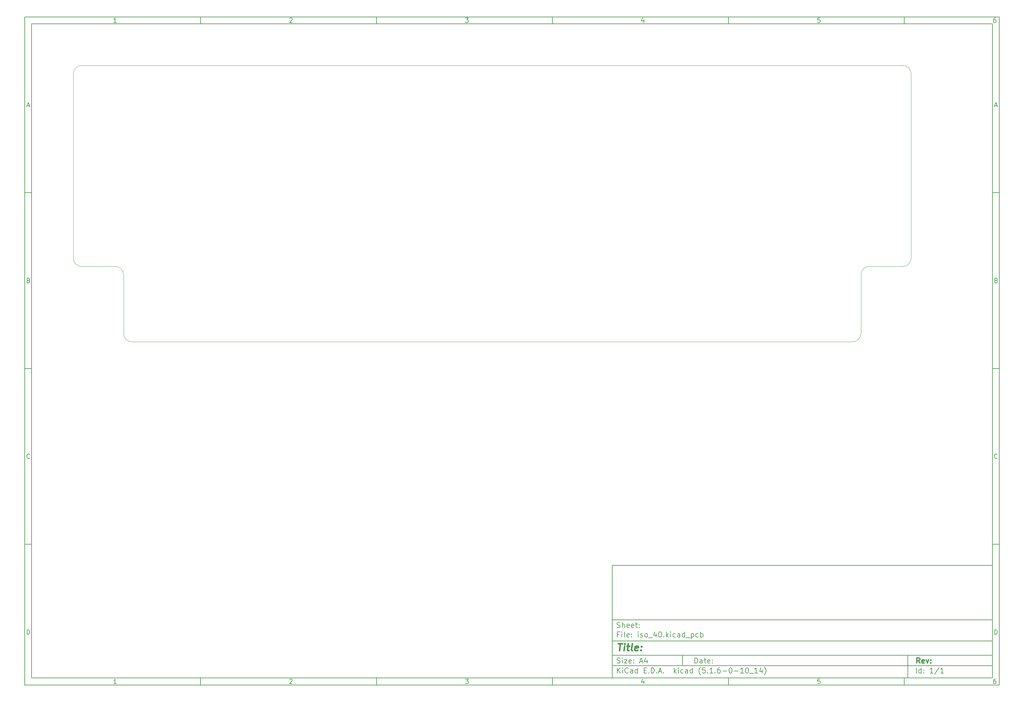
<source format=gm1>
%TF.GenerationSoftware,KiCad,Pcbnew,(5.1.6-0-10_14)*%
%TF.CreationDate,2020-07-22T14:13:02+10:00*%
%TF.ProjectId,iso_40,69736f5f-3430-42e6-9b69-6361645f7063,rev?*%
%TF.SameCoordinates,Original*%
%TF.FileFunction,Profile,NP*%
%FSLAX46Y46*%
G04 Gerber Fmt 4.6, Leading zero omitted, Abs format (unit mm)*
G04 Created by KiCad (PCBNEW (5.1.6-0-10_14)) date 2020-07-22 14:13:02*
%MOMM*%
%LPD*%
G01*
G04 APERTURE LIST*
%ADD10C,0.100000*%
%ADD11C,0.150000*%
%ADD12C,0.300000*%
%ADD13C,0.400000*%
%TA.AperFunction,Profile*%
%ADD14C,0.050000*%
%TD*%
G04 APERTURE END LIST*
D10*
D11*
X177002200Y-166007200D02*
X177002200Y-198007200D01*
X285002200Y-198007200D01*
X285002200Y-166007200D01*
X177002200Y-166007200D01*
D10*
D11*
X10000000Y-10000000D02*
X10000000Y-200007200D01*
X287002200Y-200007200D01*
X287002200Y-10000000D01*
X10000000Y-10000000D01*
D10*
D11*
X12000000Y-12000000D02*
X12000000Y-198007200D01*
X285002200Y-198007200D01*
X285002200Y-12000000D01*
X12000000Y-12000000D01*
D10*
D11*
X60000000Y-12000000D02*
X60000000Y-10000000D01*
D10*
D11*
X110000000Y-12000000D02*
X110000000Y-10000000D01*
D10*
D11*
X160000000Y-12000000D02*
X160000000Y-10000000D01*
D10*
D11*
X210000000Y-12000000D02*
X210000000Y-10000000D01*
D10*
D11*
X260000000Y-12000000D02*
X260000000Y-10000000D01*
D10*
D11*
X36065476Y-11588095D02*
X35322619Y-11588095D01*
X35694047Y-11588095D02*
X35694047Y-10288095D01*
X35570238Y-10473809D01*
X35446428Y-10597619D01*
X35322619Y-10659523D01*
D10*
D11*
X85322619Y-10411904D02*
X85384523Y-10350000D01*
X85508333Y-10288095D01*
X85817857Y-10288095D01*
X85941666Y-10350000D01*
X86003571Y-10411904D01*
X86065476Y-10535714D01*
X86065476Y-10659523D01*
X86003571Y-10845238D01*
X85260714Y-11588095D01*
X86065476Y-11588095D01*
D10*
D11*
X135260714Y-10288095D02*
X136065476Y-10288095D01*
X135632142Y-10783333D01*
X135817857Y-10783333D01*
X135941666Y-10845238D01*
X136003571Y-10907142D01*
X136065476Y-11030952D01*
X136065476Y-11340476D01*
X136003571Y-11464285D01*
X135941666Y-11526190D01*
X135817857Y-11588095D01*
X135446428Y-11588095D01*
X135322619Y-11526190D01*
X135260714Y-11464285D01*
D10*
D11*
X185941666Y-10721428D02*
X185941666Y-11588095D01*
X185632142Y-10226190D02*
X185322619Y-11154761D01*
X186127380Y-11154761D01*
D10*
D11*
X236003571Y-10288095D02*
X235384523Y-10288095D01*
X235322619Y-10907142D01*
X235384523Y-10845238D01*
X235508333Y-10783333D01*
X235817857Y-10783333D01*
X235941666Y-10845238D01*
X236003571Y-10907142D01*
X236065476Y-11030952D01*
X236065476Y-11340476D01*
X236003571Y-11464285D01*
X235941666Y-11526190D01*
X235817857Y-11588095D01*
X235508333Y-11588095D01*
X235384523Y-11526190D01*
X235322619Y-11464285D01*
D10*
D11*
X285941666Y-10288095D02*
X285694047Y-10288095D01*
X285570238Y-10350000D01*
X285508333Y-10411904D01*
X285384523Y-10597619D01*
X285322619Y-10845238D01*
X285322619Y-11340476D01*
X285384523Y-11464285D01*
X285446428Y-11526190D01*
X285570238Y-11588095D01*
X285817857Y-11588095D01*
X285941666Y-11526190D01*
X286003571Y-11464285D01*
X286065476Y-11340476D01*
X286065476Y-11030952D01*
X286003571Y-10907142D01*
X285941666Y-10845238D01*
X285817857Y-10783333D01*
X285570238Y-10783333D01*
X285446428Y-10845238D01*
X285384523Y-10907142D01*
X285322619Y-11030952D01*
D10*
D11*
X60000000Y-198007200D02*
X60000000Y-200007200D01*
D10*
D11*
X110000000Y-198007200D02*
X110000000Y-200007200D01*
D10*
D11*
X160000000Y-198007200D02*
X160000000Y-200007200D01*
D10*
D11*
X210000000Y-198007200D02*
X210000000Y-200007200D01*
D10*
D11*
X260000000Y-198007200D02*
X260000000Y-200007200D01*
D10*
D11*
X36065476Y-199595295D02*
X35322619Y-199595295D01*
X35694047Y-199595295D02*
X35694047Y-198295295D01*
X35570238Y-198481009D01*
X35446428Y-198604819D01*
X35322619Y-198666723D01*
D10*
D11*
X85322619Y-198419104D02*
X85384523Y-198357200D01*
X85508333Y-198295295D01*
X85817857Y-198295295D01*
X85941666Y-198357200D01*
X86003571Y-198419104D01*
X86065476Y-198542914D01*
X86065476Y-198666723D01*
X86003571Y-198852438D01*
X85260714Y-199595295D01*
X86065476Y-199595295D01*
D10*
D11*
X135260714Y-198295295D02*
X136065476Y-198295295D01*
X135632142Y-198790533D01*
X135817857Y-198790533D01*
X135941666Y-198852438D01*
X136003571Y-198914342D01*
X136065476Y-199038152D01*
X136065476Y-199347676D01*
X136003571Y-199471485D01*
X135941666Y-199533390D01*
X135817857Y-199595295D01*
X135446428Y-199595295D01*
X135322619Y-199533390D01*
X135260714Y-199471485D01*
D10*
D11*
X185941666Y-198728628D02*
X185941666Y-199595295D01*
X185632142Y-198233390D02*
X185322619Y-199161961D01*
X186127380Y-199161961D01*
D10*
D11*
X236003571Y-198295295D02*
X235384523Y-198295295D01*
X235322619Y-198914342D01*
X235384523Y-198852438D01*
X235508333Y-198790533D01*
X235817857Y-198790533D01*
X235941666Y-198852438D01*
X236003571Y-198914342D01*
X236065476Y-199038152D01*
X236065476Y-199347676D01*
X236003571Y-199471485D01*
X235941666Y-199533390D01*
X235817857Y-199595295D01*
X235508333Y-199595295D01*
X235384523Y-199533390D01*
X235322619Y-199471485D01*
D10*
D11*
X285941666Y-198295295D02*
X285694047Y-198295295D01*
X285570238Y-198357200D01*
X285508333Y-198419104D01*
X285384523Y-198604819D01*
X285322619Y-198852438D01*
X285322619Y-199347676D01*
X285384523Y-199471485D01*
X285446428Y-199533390D01*
X285570238Y-199595295D01*
X285817857Y-199595295D01*
X285941666Y-199533390D01*
X286003571Y-199471485D01*
X286065476Y-199347676D01*
X286065476Y-199038152D01*
X286003571Y-198914342D01*
X285941666Y-198852438D01*
X285817857Y-198790533D01*
X285570238Y-198790533D01*
X285446428Y-198852438D01*
X285384523Y-198914342D01*
X285322619Y-199038152D01*
D10*
D11*
X10000000Y-60000000D02*
X12000000Y-60000000D01*
D10*
D11*
X10000000Y-110000000D02*
X12000000Y-110000000D01*
D10*
D11*
X10000000Y-160000000D02*
X12000000Y-160000000D01*
D10*
D11*
X10690476Y-35216666D02*
X11309523Y-35216666D01*
X10566666Y-35588095D02*
X11000000Y-34288095D01*
X11433333Y-35588095D01*
D10*
D11*
X11092857Y-84907142D02*
X11278571Y-84969047D01*
X11340476Y-85030952D01*
X11402380Y-85154761D01*
X11402380Y-85340476D01*
X11340476Y-85464285D01*
X11278571Y-85526190D01*
X11154761Y-85588095D01*
X10659523Y-85588095D01*
X10659523Y-84288095D01*
X11092857Y-84288095D01*
X11216666Y-84350000D01*
X11278571Y-84411904D01*
X11340476Y-84535714D01*
X11340476Y-84659523D01*
X11278571Y-84783333D01*
X11216666Y-84845238D01*
X11092857Y-84907142D01*
X10659523Y-84907142D01*
D10*
D11*
X11402380Y-135464285D02*
X11340476Y-135526190D01*
X11154761Y-135588095D01*
X11030952Y-135588095D01*
X10845238Y-135526190D01*
X10721428Y-135402380D01*
X10659523Y-135278571D01*
X10597619Y-135030952D01*
X10597619Y-134845238D01*
X10659523Y-134597619D01*
X10721428Y-134473809D01*
X10845238Y-134350000D01*
X11030952Y-134288095D01*
X11154761Y-134288095D01*
X11340476Y-134350000D01*
X11402380Y-134411904D01*
D10*
D11*
X10659523Y-185588095D02*
X10659523Y-184288095D01*
X10969047Y-184288095D01*
X11154761Y-184350000D01*
X11278571Y-184473809D01*
X11340476Y-184597619D01*
X11402380Y-184845238D01*
X11402380Y-185030952D01*
X11340476Y-185278571D01*
X11278571Y-185402380D01*
X11154761Y-185526190D01*
X10969047Y-185588095D01*
X10659523Y-185588095D01*
D10*
D11*
X287002200Y-60000000D02*
X285002200Y-60000000D01*
D10*
D11*
X287002200Y-110000000D02*
X285002200Y-110000000D01*
D10*
D11*
X287002200Y-160000000D02*
X285002200Y-160000000D01*
D10*
D11*
X285692676Y-35216666D02*
X286311723Y-35216666D01*
X285568866Y-35588095D02*
X286002200Y-34288095D01*
X286435533Y-35588095D01*
D10*
D11*
X286095057Y-84907142D02*
X286280771Y-84969047D01*
X286342676Y-85030952D01*
X286404580Y-85154761D01*
X286404580Y-85340476D01*
X286342676Y-85464285D01*
X286280771Y-85526190D01*
X286156961Y-85588095D01*
X285661723Y-85588095D01*
X285661723Y-84288095D01*
X286095057Y-84288095D01*
X286218866Y-84350000D01*
X286280771Y-84411904D01*
X286342676Y-84535714D01*
X286342676Y-84659523D01*
X286280771Y-84783333D01*
X286218866Y-84845238D01*
X286095057Y-84907142D01*
X285661723Y-84907142D01*
D10*
D11*
X286404580Y-135464285D02*
X286342676Y-135526190D01*
X286156961Y-135588095D01*
X286033152Y-135588095D01*
X285847438Y-135526190D01*
X285723628Y-135402380D01*
X285661723Y-135278571D01*
X285599819Y-135030952D01*
X285599819Y-134845238D01*
X285661723Y-134597619D01*
X285723628Y-134473809D01*
X285847438Y-134350000D01*
X286033152Y-134288095D01*
X286156961Y-134288095D01*
X286342676Y-134350000D01*
X286404580Y-134411904D01*
D10*
D11*
X285661723Y-185588095D02*
X285661723Y-184288095D01*
X285971247Y-184288095D01*
X286156961Y-184350000D01*
X286280771Y-184473809D01*
X286342676Y-184597619D01*
X286404580Y-184845238D01*
X286404580Y-185030952D01*
X286342676Y-185278571D01*
X286280771Y-185402380D01*
X286156961Y-185526190D01*
X285971247Y-185588095D01*
X285661723Y-185588095D01*
D10*
D11*
X200434342Y-193785771D02*
X200434342Y-192285771D01*
X200791485Y-192285771D01*
X201005771Y-192357200D01*
X201148628Y-192500057D01*
X201220057Y-192642914D01*
X201291485Y-192928628D01*
X201291485Y-193142914D01*
X201220057Y-193428628D01*
X201148628Y-193571485D01*
X201005771Y-193714342D01*
X200791485Y-193785771D01*
X200434342Y-193785771D01*
X202577200Y-193785771D02*
X202577200Y-193000057D01*
X202505771Y-192857200D01*
X202362914Y-192785771D01*
X202077200Y-192785771D01*
X201934342Y-192857200D01*
X202577200Y-193714342D02*
X202434342Y-193785771D01*
X202077200Y-193785771D01*
X201934342Y-193714342D01*
X201862914Y-193571485D01*
X201862914Y-193428628D01*
X201934342Y-193285771D01*
X202077200Y-193214342D01*
X202434342Y-193214342D01*
X202577200Y-193142914D01*
X203077200Y-192785771D02*
X203648628Y-192785771D01*
X203291485Y-192285771D02*
X203291485Y-193571485D01*
X203362914Y-193714342D01*
X203505771Y-193785771D01*
X203648628Y-193785771D01*
X204720057Y-193714342D02*
X204577200Y-193785771D01*
X204291485Y-193785771D01*
X204148628Y-193714342D01*
X204077200Y-193571485D01*
X204077200Y-193000057D01*
X204148628Y-192857200D01*
X204291485Y-192785771D01*
X204577200Y-192785771D01*
X204720057Y-192857200D01*
X204791485Y-193000057D01*
X204791485Y-193142914D01*
X204077200Y-193285771D01*
X205434342Y-193642914D02*
X205505771Y-193714342D01*
X205434342Y-193785771D01*
X205362914Y-193714342D01*
X205434342Y-193642914D01*
X205434342Y-193785771D01*
X205434342Y-192857200D02*
X205505771Y-192928628D01*
X205434342Y-193000057D01*
X205362914Y-192928628D01*
X205434342Y-192857200D01*
X205434342Y-193000057D01*
D10*
D11*
X177002200Y-194507200D02*
X285002200Y-194507200D01*
D10*
D11*
X178434342Y-196585771D02*
X178434342Y-195085771D01*
X179291485Y-196585771D02*
X178648628Y-195728628D01*
X179291485Y-195085771D02*
X178434342Y-195942914D01*
X179934342Y-196585771D02*
X179934342Y-195585771D01*
X179934342Y-195085771D02*
X179862914Y-195157200D01*
X179934342Y-195228628D01*
X180005771Y-195157200D01*
X179934342Y-195085771D01*
X179934342Y-195228628D01*
X181505771Y-196442914D02*
X181434342Y-196514342D01*
X181220057Y-196585771D01*
X181077200Y-196585771D01*
X180862914Y-196514342D01*
X180720057Y-196371485D01*
X180648628Y-196228628D01*
X180577200Y-195942914D01*
X180577200Y-195728628D01*
X180648628Y-195442914D01*
X180720057Y-195300057D01*
X180862914Y-195157200D01*
X181077200Y-195085771D01*
X181220057Y-195085771D01*
X181434342Y-195157200D01*
X181505771Y-195228628D01*
X182791485Y-196585771D02*
X182791485Y-195800057D01*
X182720057Y-195657200D01*
X182577200Y-195585771D01*
X182291485Y-195585771D01*
X182148628Y-195657200D01*
X182791485Y-196514342D02*
X182648628Y-196585771D01*
X182291485Y-196585771D01*
X182148628Y-196514342D01*
X182077200Y-196371485D01*
X182077200Y-196228628D01*
X182148628Y-196085771D01*
X182291485Y-196014342D01*
X182648628Y-196014342D01*
X182791485Y-195942914D01*
X184148628Y-196585771D02*
X184148628Y-195085771D01*
X184148628Y-196514342D02*
X184005771Y-196585771D01*
X183720057Y-196585771D01*
X183577200Y-196514342D01*
X183505771Y-196442914D01*
X183434342Y-196300057D01*
X183434342Y-195871485D01*
X183505771Y-195728628D01*
X183577200Y-195657200D01*
X183720057Y-195585771D01*
X184005771Y-195585771D01*
X184148628Y-195657200D01*
X186005771Y-195800057D02*
X186505771Y-195800057D01*
X186720057Y-196585771D02*
X186005771Y-196585771D01*
X186005771Y-195085771D01*
X186720057Y-195085771D01*
X187362914Y-196442914D02*
X187434342Y-196514342D01*
X187362914Y-196585771D01*
X187291485Y-196514342D01*
X187362914Y-196442914D01*
X187362914Y-196585771D01*
X188077200Y-196585771D02*
X188077200Y-195085771D01*
X188434342Y-195085771D01*
X188648628Y-195157200D01*
X188791485Y-195300057D01*
X188862914Y-195442914D01*
X188934342Y-195728628D01*
X188934342Y-195942914D01*
X188862914Y-196228628D01*
X188791485Y-196371485D01*
X188648628Y-196514342D01*
X188434342Y-196585771D01*
X188077200Y-196585771D01*
X189577200Y-196442914D02*
X189648628Y-196514342D01*
X189577200Y-196585771D01*
X189505771Y-196514342D01*
X189577200Y-196442914D01*
X189577200Y-196585771D01*
X190220057Y-196157200D02*
X190934342Y-196157200D01*
X190077200Y-196585771D02*
X190577200Y-195085771D01*
X191077200Y-196585771D01*
X191577200Y-196442914D02*
X191648628Y-196514342D01*
X191577200Y-196585771D01*
X191505771Y-196514342D01*
X191577200Y-196442914D01*
X191577200Y-196585771D01*
X194577200Y-196585771D02*
X194577200Y-195085771D01*
X194720057Y-196014342D02*
X195148628Y-196585771D01*
X195148628Y-195585771D02*
X194577200Y-196157200D01*
X195791485Y-196585771D02*
X195791485Y-195585771D01*
X195791485Y-195085771D02*
X195720057Y-195157200D01*
X195791485Y-195228628D01*
X195862914Y-195157200D01*
X195791485Y-195085771D01*
X195791485Y-195228628D01*
X197148628Y-196514342D02*
X197005771Y-196585771D01*
X196720057Y-196585771D01*
X196577200Y-196514342D01*
X196505771Y-196442914D01*
X196434342Y-196300057D01*
X196434342Y-195871485D01*
X196505771Y-195728628D01*
X196577200Y-195657200D01*
X196720057Y-195585771D01*
X197005771Y-195585771D01*
X197148628Y-195657200D01*
X198434342Y-196585771D02*
X198434342Y-195800057D01*
X198362914Y-195657200D01*
X198220057Y-195585771D01*
X197934342Y-195585771D01*
X197791485Y-195657200D01*
X198434342Y-196514342D02*
X198291485Y-196585771D01*
X197934342Y-196585771D01*
X197791485Y-196514342D01*
X197720057Y-196371485D01*
X197720057Y-196228628D01*
X197791485Y-196085771D01*
X197934342Y-196014342D01*
X198291485Y-196014342D01*
X198434342Y-195942914D01*
X199791485Y-196585771D02*
X199791485Y-195085771D01*
X199791485Y-196514342D02*
X199648628Y-196585771D01*
X199362914Y-196585771D01*
X199220057Y-196514342D01*
X199148628Y-196442914D01*
X199077200Y-196300057D01*
X199077200Y-195871485D01*
X199148628Y-195728628D01*
X199220057Y-195657200D01*
X199362914Y-195585771D01*
X199648628Y-195585771D01*
X199791485Y-195657200D01*
X202077200Y-197157200D02*
X202005771Y-197085771D01*
X201862914Y-196871485D01*
X201791485Y-196728628D01*
X201720057Y-196514342D01*
X201648628Y-196157200D01*
X201648628Y-195871485D01*
X201720057Y-195514342D01*
X201791485Y-195300057D01*
X201862914Y-195157200D01*
X202005771Y-194942914D01*
X202077200Y-194871485D01*
X203362914Y-195085771D02*
X202648628Y-195085771D01*
X202577200Y-195800057D01*
X202648628Y-195728628D01*
X202791485Y-195657200D01*
X203148628Y-195657200D01*
X203291485Y-195728628D01*
X203362914Y-195800057D01*
X203434342Y-195942914D01*
X203434342Y-196300057D01*
X203362914Y-196442914D01*
X203291485Y-196514342D01*
X203148628Y-196585771D01*
X202791485Y-196585771D01*
X202648628Y-196514342D01*
X202577200Y-196442914D01*
X204077200Y-196442914D02*
X204148628Y-196514342D01*
X204077200Y-196585771D01*
X204005771Y-196514342D01*
X204077200Y-196442914D01*
X204077200Y-196585771D01*
X205577200Y-196585771D02*
X204720057Y-196585771D01*
X205148628Y-196585771D02*
X205148628Y-195085771D01*
X205005771Y-195300057D01*
X204862914Y-195442914D01*
X204720057Y-195514342D01*
X206220057Y-196442914D02*
X206291485Y-196514342D01*
X206220057Y-196585771D01*
X206148628Y-196514342D01*
X206220057Y-196442914D01*
X206220057Y-196585771D01*
X207577200Y-195085771D02*
X207291485Y-195085771D01*
X207148628Y-195157200D01*
X207077200Y-195228628D01*
X206934342Y-195442914D01*
X206862914Y-195728628D01*
X206862914Y-196300057D01*
X206934342Y-196442914D01*
X207005771Y-196514342D01*
X207148628Y-196585771D01*
X207434342Y-196585771D01*
X207577200Y-196514342D01*
X207648628Y-196442914D01*
X207720057Y-196300057D01*
X207720057Y-195942914D01*
X207648628Y-195800057D01*
X207577200Y-195728628D01*
X207434342Y-195657200D01*
X207148628Y-195657200D01*
X207005771Y-195728628D01*
X206934342Y-195800057D01*
X206862914Y-195942914D01*
X208362914Y-196014342D02*
X209505771Y-196014342D01*
X210505771Y-195085771D02*
X210648628Y-195085771D01*
X210791485Y-195157200D01*
X210862914Y-195228628D01*
X210934342Y-195371485D01*
X211005771Y-195657200D01*
X211005771Y-196014342D01*
X210934342Y-196300057D01*
X210862914Y-196442914D01*
X210791485Y-196514342D01*
X210648628Y-196585771D01*
X210505771Y-196585771D01*
X210362914Y-196514342D01*
X210291485Y-196442914D01*
X210220057Y-196300057D01*
X210148628Y-196014342D01*
X210148628Y-195657200D01*
X210220057Y-195371485D01*
X210291485Y-195228628D01*
X210362914Y-195157200D01*
X210505771Y-195085771D01*
X211648628Y-196014342D02*
X212791485Y-196014342D01*
X214291485Y-196585771D02*
X213434342Y-196585771D01*
X213862914Y-196585771D02*
X213862914Y-195085771D01*
X213720057Y-195300057D01*
X213577200Y-195442914D01*
X213434342Y-195514342D01*
X215220057Y-195085771D02*
X215362914Y-195085771D01*
X215505771Y-195157200D01*
X215577200Y-195228628D01*
X215648628Y-195371485D01*
X215720057Y-195657200D01*
X215720057Y-196014342D01*
X215648628Y-196300057D01*
X215577200Y-196442914D01*
X215505771Y-196514342D01*
X215362914Y-196585771D01*
X215220057Y-196585771D01*
X215077200Y-196514342D01*
X215005771Y-196442914D01*
X214934342Y-196300057D01*
X214862914Y-196014342D01*
X214862914Y-195657200D01*
X214934342Y-195371485D01*
X215005771Y-195228628D01*
X215077200Y-195157200D01*
X215220057Y-195085771D01*
X216005771Y-196728628D02*
X217148628Y-196728628D01*
X218291485Y-196585771D02*
X217434342Y-196585771D01*
X217862914Y-196585771D02*
X217862914Y-195085771D01*
X217720057Y-195300057D01*
X217577200Y-195442914D01*
X217434342Y-195514342D01*
X219577200Y-195585771D02*
X219577200Y-196585771D01*
X219220057Y-195014342D02*
X218862914Y-196085771D01*
X219791485Y-196085771D01*
X220220057Y-197157200D02*
X220291485Y-197085771D01*
X220434342Y-196871485D01*
X220505771Y-196728628D01*
X220577200Y-196514342D01*
X220648628Y-196157200D01*
X220648628Y-195871485D01*
X220577200Y-195514342D01*
X220505771Y-195300057D01*
X220434342Y-195157200D01*
X220291485Y-194942914D01*
X220220057Y-194871485D01*
D10*
D11*
X177002200Y-191507200D02*
X285002200Y-191507200D01*
D10*
D12*
X264411485Y-193785771D02*
X263911485Y-193071485D01*
X263554342Y-193785771D02*
X263554342Y-192285771D01*
X264125771Y-192285771D01*
X264268628Y-192357200D01*
X264340057Y-192428628D01*
X264411485Y-192571485D01*
X264411485Y-192785771D01*
X264340057Y-192928628D01*
X264268628Y-193000057D01*
X264125771Y-193071485D01*
X263554342Y-193071485D01*
X265625771Y-193714342D02*
X265482914Y-193785771D01*
X265197200Y-193785771D01*
X265054342Y-193714342D01*
X264982914Y-193571485D01*
X264982914Y-193000057D01*
X265054342Y-192857200D01*
X265197200Y-192785771D01*
X265482914Y-192785771D01*
X265625771Y-192857200D01*
X265697200Y-193000057D01*
X265697200Y-193142914D01*
X264982914Y-193285771D01*
X266197200Y-192785771D02*
X266554342Y-193785771D01*
X266911485Y-192785771D01*
X267482914Y-193642914D02*
X267554342Y-193714342D01*
X267482914Y-193785771D01*
X267411485Y-193714342D01*
X267482914Y-193642914D01*
X267482914Y-193785771D01*
X267482914Y-192857200D02*
X267554342Y-192928628D01*
X267482914Y-193000057D01*
X267411485Y-192928628D01*
X267482914Y-192857200D01*
X267482914Y-193000057D01*
D10*
D11*
X178362914Y-193714342D02*
X178577200Y-193785771D01*
X178934342Y-193785771D01*
X179077200Y-193714342D01*
X179148628Y-193642914D01*
X179220057Y-193500057D01*
X179220057Y-193357200D01*
X179148628Y-193214342D01*
X179077200Y-193142914D01*
X178934342Y-193071485D01*
X178648628Y-193000057D01*
X178505771Y-192928628D01*
X178434342Y-192857200D01*
X178362914Y-192714342D01*
X178362914Y-192571485D01*
X178434342Y-192428628D01*
X178505771Y-192357200D01*
X178648628Y-192285771D01*
X179005771Y-192285771D01*
X179220057Y-192357200D01*
X179862914Y-193785771D02*
X179862914Y-192785771D01*
X179862914Y-192285771D02*
X179791485Y-192357200D01*
X179862914Y-192428628D01*
X179934342Y-192357200D01*
X179862914Y-192285771D01*
X179862914Y-192428628D01*
X180434342Y-192785771D02*
X181220057Y-192785771D01*
X180434342Y-193785771D01*
X181220057Y-193785771D01*
X182362914Y-193714342D02*
X182220057Y-193785771D01*
X181934342Y-193785771D01*
X181791485Y-193714342D01*
X181720057Y-193571485D01*
X181720057Y-193000057D01*
X181791485Y-192857200D01*
X181934342Y-192785771D01*
X182220057Y-192785771D01*
X182362914Y-192857200D01*
X182434342Y-193000057D01*
X182434342Y-193142914D01*
X181720057Y-193285771D01*
X183077200Y-193642914D02*
X183148628Y-193714342D01*
X183077200Y-193785771D01*
X183005771Y-193714342D01*
X183077200Y-193642914D01*
X183077200Y-193785771D01*
X183077200Y-192857200D02*
X183148628Y-192928628D01*
X183077200Y-193000057D01*
X183005771Y-192928628D01*
X183077200Y-192857200D01*
X183077200Y-193000057D01*
X184862914Y-193357200D02*
X185577200Y-193357200D01*
X184720057Y-193785771D02*
X185220057Y-192285771D01*
X185720057Y-193785771D01*
X186862914Y-192785771D02*
X186862914Y-193785771D01*
X186505771Y-192214342D02*
X186148628Y-193285771D01*
X187077200Y-193285771D01*
D10*
D11*
X263434342Y-196585771D02*
X263434342Y-195085771D01*
X264791485Y-196585771D02*
X264791485Y-195085771D01*
X264791485Y-196514342D02*
X264648628Y-196585771D01*
X264362914Y-196585771D01*
X264220057Y-196514342D01*
X264148628Y-196442914D01*
X264077200Y-196300057D01*
X264077200Y-195871485D01*
X264148628Y-195728628D01*
X264220057Y-195657200D01*
X264362914Y-195585771D01*
X264648628Y-195585771D01*
X264791485Y-195657200D01*
X265505771Y-196442914D02*
X265577200Y-196514342D01*
X265505771Y-196585771D01*
X265434342Y-196514342D01*
X265505771Y-196442914D01*
X265505771Y-196585771D01*
X265505771Y-195657200D02*
X265577200Y-195728628D01*
X265505771Y-195800057D01*
X265434342Y-195728628D01*
X265505771Y-195657200D01*
X265505771Y-195800057D01*
X268148628Y-196585771D02*
X267291485Y-196585771D01*
X267720057Y-196585771D02*
X267720057Y-195085771D01*
X267577200Y-195300057D01*
X267434342Y-195442914D01*
X267291485Y-195514342D01*
X269862914Y-195014342D02*
X268577200Y-196942914D01*
X271148628Y-196585771D02*
X270291485Y-196585771D01*
X270720057Y-196585771D02*
X270720057Y-195085771D01*
X270577200Y-195300057D01*
X270434342Y-195442914D01*
X270291485Y-195514342D01*
D10*
D11*
X177002200Y-187507200D02*
X285002200Y-187507200D01*
D10*
D13*
X178714580Y-188211961D02*
X179857438Y-188211961D01*
X179036009Y-190211961D02*
X179286009Y-188211961D01*
X180274104Y-190211961D02*
X180440771Y-188878628D01*
X180524104Y-188211961D02*
X180416961Y-188307200D01*
X180500295Y-188402438D01*
X180607438Y-188307200D01*
X180524104Y-188211961D01*
X180500295Y-188402438D01*
X181107438Y-188878628D02*
X181869342Y-188878628D01*
X181476485Y-188211961D02*
X181262200Y-189926247D01*
X181333628Y-190116723D01*
X181512200Y-190211961D01*
X181702676Y-190211961D01*
X182655057Y-190211961D02*
X182476485Y-190116723D01*
X182405057Y-189926247D01*
X182619342Y-188211961D01*
X184190771Y-190116723D02*
X183988390Y-190211961D01*
X183607438Y-190211961D01*
X183428866Y-190116723D01*
X183357438Y-189926247D01*
X183452676Y-189164342D01*
X183571723Y-188973866D01*
X183774104Y-188878628D01*
X184155057Y-188878628D01*
X184333628Y-188973866D01*
X184405057Y-189164342D01*
X184381247Y-189354819D01*
X183405057Y-189545295D01*
X185155057Y-190021485D02*
X185238390Y-190116723D01*
X185131247Y-190211961D01*
X185047914Y-190116723D01*
X185155057Y-190021485D01*
X185131247Y-190211961D01*
X185286009Y-188973866D02*
X185369342Y-189069104D01*
X185262200Y-189164342D01*
X185178866Y-189069104D01*
X185286009Y-188973866D01*
X185262200Y-189164342D01*
D10*
D11*
X178934342Y-185600057D02*
X178434342Y-185600057D01*
X178434342Y-186385771D02*
X178434342Y-184885771D01*
X179148628Y-184885771D01*
X179720057Y-186385771D02*
X179720057Y-185385771D01*
X179720057Y-184885771D02*
X179648628Y-184957200D01*
X179720057Y-185028628D01*
X179791485Y-184957200D01*
X179720057Y-184885771D01*
X179720057Y-185028628D01*
X180648628Y-186385771D02*
X180505771Y-186314342D01*
X180434342Y-186171485D01*
X180434342Y-184885771D01*
X181791485Y-186314342D02*
X181648628Y-186385771D01*
X181362914Y-186385771D01*
X181220057Y-186314342D01*
X181148628Y-186171485D01*
X181148628Y-185600057D01*
X181220057Y-185457200D01*
X181362914Y-185385771D01*
X181648628Y-185385771D01*
X181791485Y-185457200D01*
X181862914Y-185600057D01*
X181862914Y-185742914D01*
X181148628Y-185885771D01*
X182505771Y-186242914D02*
X182577200Y-186314342D01*
X182505771Y-186385771D01*
X182434342Y-186314342D01*
X182505771Y-186242914D01*
X182505771Y-186385771D01*
X182505771Y-185457200D02*
X182577200Y-185528628D01*
X182505771Y-185600057D01*
X182434342Y-185528628D01*
X182505771Y-185457200D01*
X182505771Y-185600057D01*
X184362914Y-186385771D02*
X184362914Y-185385771D01*
X184362914Y-184885771D02*
X184291485Y-184957200D01*
X184362914Y-185028628D01*
X184434342Y-184957200D01*
X184362914Y-184885771D01*
X184362914Y-185028628D01*
X185005771Y-186314342D02*
X185148628Y-186385771D01*
X185434342Y-186385771D01*
X185577200Y-186314342D01*
X185648628Y-186171485D01*
X185648628Y-186100057D01*
X185577200Y-185957200D01*
X185434342Y-185885771D01*
X185220057Y-185885771D01*
X185077200Y-185814342D01*
X185005771Y-185671485D01*
X185005771Y-185600057D01*
X185077200Y-185457200D01*
X185220057Y-185385771D01*
X185434342Y-185385771D01*
X185577200Y-185457200D01*
X186505771Y-186385771D02*
X186362914Y-186314342D01*
X186291485Y-186242914D01*
X186220057Y-186100057D01*
X186220057Y-185671485D01*
X186291485Y-185528628D01*
X186362914Y-185457200D01*
X186505771Y-185385771D01*
X186720057Y-185385771D01*
X186862914Y-185457200D01*
X186934342Y-185528628D01*
X187005771Y-185671485D01*
X187005771Y-186100057D01*
X186934342Y-186242914D01*
X186862914Y-186314342D01*
X186720057Y-186385771D01*
X186505771Y-186385771D01*
X187291485Y-186528628D02*
X188434342Y-186528628D01*
X189434342Y-185385771D02*
X189434342Y-186385771D01*
X189077200Y-184814342D02*
X188720057Y-185885771D01*
X189648628Y-185885771D01*
X190505771Y-184885771D02*
X190648628Y-184885771D01*
X190791485Y-184957200D01*
X190862914Y-185028628D01*
X190934342Y-185171485D01*
X191005771Y-185457200D01*
X191005771Y-185814342D01*
X190934342Y-186100057D01*
X190862914Y-186242914D01*
X190791485Y-186314342D01*
X190648628Y-186385771D01*
X190505771Y-186385771D01*
X190362914Y-186314342D01*
X190291485Y-186242914D01*
X190220057Y-186100057D01*
X190148628Y-185814342D01*
X190148628Y-185457200D01*
X190220057Y-185171485D01*
X190291485Y-185028628D01*
X190362914Y-184957200D01*
X190505771Y-184885771D01*
X191648628Y-186242914D02*
X191720057Y-186314342D01*
X191648628Y-186385771D01*
X191577200Y-186314342D01*
X191648628Y-186242914D01*
X191648628Y-186385771D01*
X192362914Y-186385771D02*
X192362914Y-184885771D01*
X192505771Y-185814342D02*
X192934342Y-186385771D01*
X192934342Y-185385771D02*
X192362914Y-185957200D01*
X193577200Y-186385771D02*
X193577200Y-185385771D01*
X193577200Y-184885771D02*
X193505771Y-184957200D01*
X193577200Y-185028628D01*
X193648628Y-184957200D01*
X193577200Y-184885771D01*
X193577200Y-185028628D01*
X194934342Y-186314342D02*
X194791485Y-186385771D01*
X194505771Y-186385771D01*
X194362914Y-186314342D01*
X194291485Y-186242914D01*
X194220057Y-186100057D01*
X194220057Y-185671485D01*
X194291485Y-185528628D01*
X194362914Y-185457200D01*
X194505771Y-185385771D01*
X194791485Y-185385771D01*
X194934342Y-185457200D01*
X196220057Y-186385771D02*
X196220057Y-185600057D01*
X196148628Y-185457200D01*
X196005771Y-185385771D01*
X195720057Y-185385771D01*
X195577200Y-185457200D01*
X196220057Y-186314342D02*
X196077200Y-186385771D01*
X195720057Y-186385771D01*
X195577200Y-186314342D01*
X195505771Y-186171485D01*
X195505771Y-186028628D01*
X195577200Y-185885771D01*
X195720057Y-185814342D01*
X196077200Y-185814342D01*
X196220057Y-185742914D01*
X197577200Y-186385771D02*
X197577200Y-184885771D01*
X197577200Y-186314342D02*
X197434342Y-186385771D01*
X197148628Y-186385771D01*
X197005771Y-186314342D01*
X196934342Y-186242914D01*
X196862914Y-186100057D01*
X196862914Y-185671485D01*
X196934342Y-185528628D01*
X197005771Y-185457200D01*
X197148628Y-185385771D01*
X197434342Y-185385771D01*
X197577200Y-185457200D01*
X197934342Y-186528628D02*
X199077200Y-186528628D01*
X199434342Y-185385771D02*
X199434342Y-186885771D01*
X199434342Y-185457200D02*
X199577200Y-185385771D01*
X199862914Y-185385771D01*
X200005771Y-185457200D01*
X200077200Y-185528628D01*
X200148628Y-185671485D01*
X200148628Y-186100057D01*
X200077200Y-186242914D01*
X200005771Y-186314342D01*
X199862914Y-186385771D01*
X199577200Y-186385771D01*
X199434342Y-186314342D01*
X201434342Y-186314342D02*
X201291485Y-186385771D01*
X201005771Y-186385771D01*
X200862914Y-186314342D01*
X200791485Y-186242914D01*
X200720057Y-186100057D01*
X200720057Y-185671485D01*
X200791485Y-185528628D01*
X200862914Y-185457200D01*
X201005771Y-185385771D01*
X201291485Y-185385771D01*
X201434342Y-185457200D01*
X202077200Y-186385771D02*
X202077200Y-184885771D01*
X202077200Y-185457200D02*
X202220057Y-185385771D01*
X202505771Y-185385771D01*
X202648628Y-185457200D01*
X202720057Y-185528628D01*
X202791485Y-185671485D01*
X202791485Y-186100057D01*
X202720057Y-186242914D01*
X202648628Y-186314342D01*
X202505771Y-186385771D01*
X202220057Y-186385771D01*
X202077200Y-186314342D01*
D10*
D11*
X177002200Y-181507200D02*
X285002200Y-181507200D01*
D10*
D11*
X178362914Y-183614342D02*
X178577200Y-183685771D01*
X178934342Y-183685771D01*
X179077200Y-183614342D01*
X179148628Y-183542914D01*
X179220057Y-183400057D01*
X179220057Y-183257200D01*
X179148628Y-183114342D01*
X179077200Y-183042914D01*
X178934342Y-182971485D01*
X178648628Y-182900057D01*
X178505771Y-182828628D01*
X178434342Y-182757200D01*
X178362914Y-182614342D01*
X178362914Y-182471485D01*
X178434342Y-182328628D01*
X178505771Y-182257200D01*
X178648628Y-182185771D01*
X179005771Y-182185771D01*
X179220057Y-182257200D01*
X179862914Y-183685771D02*
X179862914Y-182185771D01*
X180505771Y-183685771D02*
X180505771Y-182900057D01*
X180434342Y-182757200D01*
X180291485Y-182685771D01*
X180077200Y-182685771D01*
X179934342Y-182757200D01*
X179862914Y-182828628D01*
X181791485Y-183614342D02*
X181648628Y-183685771D01*
X181362914Y-183685771D01*
X181220057Y-183614342D01*
X181148628Y-183471485D01*
X181148628Y-182900057D01*
X181220057Y-182757200D01*
X181362914Y-182685771D01*
X181648628Y-182685771D01*
X181791485Y-182757200D01*
X181862914Y-182900057D01*
X181862914Y-183042914D01*
X181148628Y-183185771D01*
X183077200Y-183614342D02*
X182934342Y-183685771D01*
X182648628Y-183685771D01*
X182505771Y-183614342D01*
X182434342Y-183471485D01*
X182434342Y-182900057D01*
X182505771Y-182757200D01*
X182648628Y-182685771D01*
X182934342Y-182685771D01*
X183077200Y-182757200D01*
X183148628Y-182900057D01*
X183148628Y-183042914D01*
X182434342Y-183185771D01*
X183577200Y-182685771D02*
X184148628Y-182685771D01*
X183791485Y-182185771D02*
X183791485Y-183471485D01*
X183862914Y-183614342D01*
X184005771Y-183685771D01*
X184148628Y-183685771D01*
X184648628Y-183542914D02*
X184720057Y-183614342D01*
X184648628Y-183685771D01*
X184577200Y-183614342D01*
X184648628Y-183542914D01*
X184648628Y-183685771D01*
X184648628Y-182757200D02*
X184720057Y-182828628D01*
X184648628Y-182900057D01*
X184577200Y-182828628D01*
X184648628Y-182757200D01*
X184648628Y-182900057D01*
D10*
D11*
X197002200Y-191507200D02*
X197002200Y-194507200D01*
D10*
D11*
X261002200Y-191507200D02*
X261002200Y-198007200D01*
D14*
X261937500Y-78581250D02*
X261937500Y-26193750D01*
X250031250Y-80962500D02*
X259556250Y-80962500D01*
X261937500Y-78581250D02*
G75*
G02*
X259556250Y-80962500I-2381250J0D01*
G01*
X247650000Y-83343750D02*
G75*
G02*
X250031250Y-80962500I2381250J0D01*
G01*
X247650000Y-100012500D02*
X247650000Y-83343750D01*
X247650000Y-100012500D02*
G75*
G02*
X245268750Y-102393750I-2381250J0D01*
G01*
X40481250Y-102393750D02*
X245268750Y-102393750D01*
X40481250Y-102393750D02*
G75*
G02*
X38100000Y-100012500I0J2381250D01*
G01*
X38100000Y-83343750D02*
X38100000Y-100012500D01*
X35718750Y-80962500D02*
G75*
G02*
X38100000Y-83343750I0J-2381250D01*
G01*
X26193750Y-80962500D02*
X35718750Y-80962500D01*
X26193750Y-80962500D02*
G75*
G02*
X23812500Y-78581250I0J2381250D01*
G01*
X23812500Y-26193750D02*
X23812500Y-78581250D01*
X23812500Y-26193750D02*
G75*
G02*
X26193750Y-23812500I2381250J0D01*
G01*
X259556250Y-23812500D02*
X26193750Y-23812500D01*
X259556250Y-23812500D02*
G75*
G02*
X261937500Y-26193750I0J-2381250D01*
G01*
M02*

</source>
